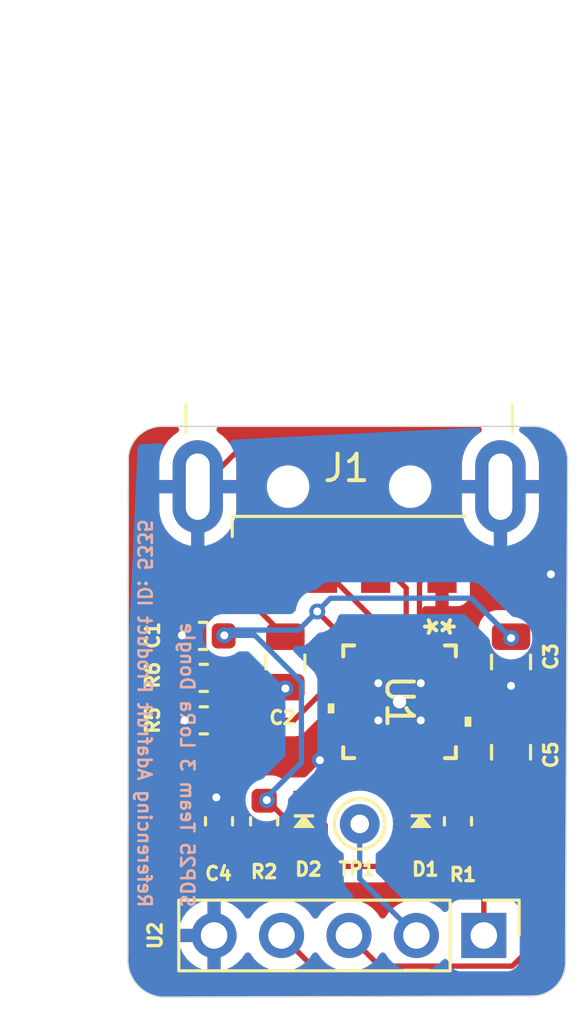
<source format=kicad_pcb>
(kicad_pcb (version 20240108) (generator "pcbnew") (generator_version "8.0")
  (layers (0 "F.Cu" signal) (31 "B.Cu" signal) (34 "B.Paste" user) (35 "F.Paste" user) (36 "B.SilkS" user "B.Silkscreen") (37 "F.SilkS" user "F.Silkscreen") (38 "B.Mask" user) (39 "F.Mask" user) (44 "Edge.Cuts" user))
  (net 0 "")
  (net 1 "+3.3V")
  (net 2 "GND")
  (net 3 "+5V")
  (net 4 "Net-(U1-CP2014VREG)")
  (net 5 "Net-(D1-PadA)")
  (net 6 "Net-(U1-GPIO0{slash}TXLED)")
  (net 7 "Net-(D2-PadA)")
  (net 8 "Net-(U1-GPIO1{slash}RXLED)")
  (net 9 "/RI")
  (net 10 "/D+")
  (net 11 "/DTR")
  (net 12 "/RTS")
  (net 13 "/GPIO3")
  (net 14 "/CTS")
  (net 15 "/RST")
  (net 16 "/VBUS_DETECT")
  (net 17 "/DCD")
  (net 18 "/DSR")
  (net 19 "/D-")
  (net 20 "/SUSP")
  (net 21 "/GPIO2")
  (net 22 "/#SUSP")
  (net 23 "/TX")
  (net 24 "/RX")
  (net 25 "/RSTL")
  (footprint "Capacitor_SMD:C_0603_1608Metric" (layer "F.Cu") (at 131.8 89.8 90)
    (property "Reference" "R1" (at -2.01 0.19 180) (layer "F.SilkS") (effects (font (size 0.5 0.5))))
    (property "Value" "RT0603BRD0720KL")
    (fp_line (start -0.14058 -0.51) (end 0.14058 -0.51) (stroke (width 0.12)) (layer "F.SilkS"))
    (fp_line (start -0.14058 0.51) (end 0.14058 0.51) (stroke (width 0.12)) (layer "F.SilkS"))
    (pad "1" smd roundrect (at -0.775 0 90) (size 0.9 0.95) (layers "F.Cu" "F.Paste" "F.Mask") (net 5 "Net-(D1-PadA)"))
    (pad "2" smd roundrect (at 0.775 0 90) (size 0.9 0.95) (layers "F.Cu" "F.Paste" "F.Mask") (net 1 "+3.3V"))
  )
  (footprint "Adafruit CP2102N Friend:CHIPLED_0603_NOOUTLINE" (layer "F.Cu") (at 126 89.8)
    (property "Reference" "D2" (at -0.4 2.1 0) (layer "F.SilkS") (effects (font (size 0.5 0.5) (thickness 0.125)) (justify left bottom)))
    (property "Value" "D2" (hide yes))
    (fp_poly (pts (xy 0.412544 0.254) (xy -0.412544 0.254) (xy 0 -0.26168)) (fill solid) (layer "F.SilkS"))
    (fp_poly (pts (xy -0.381 -0.1397) (xy 0.381 -0.1397) (xy 0.381 -0.2667) (xy -0.381 -0.2667)) (fill solid) (layer "F.SilkS"))
    (pad "A" smd rect (at 0 0.75) (size 0.8 0.8) (layers "F.Cu" "F.Paste" "F.Mask"))
    (pad "C" smd rect (at 0 -0.75) (size 0.8 0.8) (layers "F.Cu" "F.Paste" "F.Mask") (net 8 "Net-(U1-GPIO1{slash}RXLED)"))
  )
  (footprint "Capacitor_SMD:C_0603_1608Metric" (layer "F.Cu") (at 122.225 84.4 180)
    (property "Reference" "R6" (at 1.925 0.1 90) (layer "F.SilkS") (effects (font (size 0.5 0.5))))
    (property "Value" "RT0603BRD0720KL")
    (fp_line (start -0.14058 0.51) (end 0.14058 0.51) (stroke (width 0.12)) (layer "F.SilkS"))
    (fp_line (start -0.14058 -0.51) (end 0.14058 -0.51) (stroke (width 0.12)) (layer "F.SilkS"))
    (pad "1" smd roundrect (at -0.775 0 180) (size 0.9 0.95) (layers "F.Cu" "F.Paste" "F.Mask") (net 16 "/VBUS_DETECT"))
    (pad "2" smd roundrect (at 0.775 0 180) (size 0.9 0.95) (layers "F.Cu" "F.Paste" "F.Mask") (net 3 "+5V"))
  )
  (footprint "Capacitor_SMD:C_0603_1608Metric" (layer "F.Cu") (at 122.225 86)
    (property "Reference" "R5" (at -1.925 0 90) (layer "F.SilkS") (effects (font (size 0.5 0.5))))
    (property "Value" "RC0603FR-0747KL")
    (fp_line (start -0.14058 -0.51) (end 0.14058 -0.51) (stroke (width 0.12)) (layer "F.SilkS"))
    (fp_line (start -0.14058 0.51) (end 0.14058 0.51) (stroke (width 0.12)) (layer "F.SilkS"))
    (pad "1" smd roundrect (at -0.775 0) (size 0.9 0.95) (layers "F.Cu" "F.Paste" "F.Mask") (net 2 "GND"))
    (pad "2" smd roundrect (at 0.775 0) (size 0.9 0.95) (layers "F.Cu" "F.Paste" "F.Mask") (net 16 "/VBUS_DETECT"))
  )
  (footprint "Connector_PinHeader_2.54mm:PinHeader_1x05_P2.54mm_Vertical" (layer "F.Cu") (at 132.775 94.1 -90)
    (property "Reference" "U2" (at 0 12.38 90) (layer "F.SilkS") (effects (font (size 0.5 0.5))))
    (property "Value" "RYLR998" (hide yes))
    (fp_line (start -1.33 11.49) (end 1.33 11.49) (stroke (width 0.12)) (layer "F.SilkS"))
    (fp_line (start -1.33 1.27) (end -1.33 11.49) (stroke (width 0.12)) (layer "F.SilkS"))
    (fp_line (start -1.33 1.27) (end 1.33 1.27) (stroke (width 0.12)) (layer "F.SilkS"))
    (fp_line (start 1.33 1.27) (end 1.33 11.49) (stroke (width 0.12)) (layer "F.SilkS"))
    (fp_line (start -1.33 0) (end -1.33 -1.33) (stroke (width 0.12)) (layer "F.SilkS"))
    (fp_line (start -1.33 -1.33) (end 0 -1.33) (stroke (width 0.12)) (layer "F.SilkS"))
    (pad "1" thru_hole rect (at 0 0 270) (size 1.7 1.7) (drill 1) (layers "*.Cu" "*.Mask") (net 1 "+3.3V"))
    (pad "2" thru_hole oval (at 0 2.54 270) (size 1.7 1.7) (drill 1) (layers "*.Cu" "*.Mask") (net 25 "/RSTL"))
    (pad "3" thru_hole oval (at 0 5.08 270) (size 1.7 1.7) (drill 1) (layers "*.Cu" "*.Mask") (net 24 "/RX"))
    (pad "4" thru_hole oval (at 0 7.62 270) (size 1.7 1.7) (drill 1) (layers "*.Cu" "*.Mask") (net 23 "/TX"))
    (pad "5" thru_hole oval (at 0 10.16 270) (size 1.7 1.7) (drill 1) (layers "*.Cu" "*.Mask") (net 2 "GND"))
  )
  (footprint "TestPoint:TestPoint_THTPad_D1.5mm_Drill0.7mm" (layer "F.Cu") (at 128.1 89.9)
    (property "Reference" "TP1" (at -0.1 1.7 0) (layer "F.SilkS") (effects (font (size 0.5 0.5) (thickness 0.125))))
    (property "Value" "TestPoint")
    (fp_circle (center 0 0) (end 0 0.95) (stroke (width 0.12)) (fill none) (layer "F.SilkS"))
    (pad "1" thru_hole circle (at 0 0) (size 1.5 1.5) (drill 0.7) (layers "*.Cu" "*.Mask") (net 25 "/RSTL"))
  )
  (footprint "Capacitor_SMD:C_0603_1608Metric" (layer "F.Cu") (at 122.2 82.82 180)
    (property "Reference" "C1" (at 1.9 0.02 -90) (layer "F.SilkS") (effects (font (size 0.5 0.5))))
    (property "Value" "C0603C104J4RACTU")
    (fp_line (start -0.14058 0.51) (end 0.14058 0.51) (stroke (width 0.12)) (layer "F.SilkS"))
    (fp_line (start -0.14058 -0.51) (end 0.14058 -0.51) (stroke (width 0.12)) (layer "F.SilkS"))
    (pad "1" smd roundrect (at -0.775 0 180) (size 0.9 0.95) (layers "F.Cu" "F.Paste" "F.Mask") (net 1 "+3.3V"))
    (pad "2" smd roundrect (at 0.775 0 180) (size 0.9 0.95) (layers "F.Cu" "F.Paste" "F.Mask") (net 2 "GND"))
  )
  (footprint "Capacitor_SMD:C_0603_1608Metric" (layer "F.Cu") (at 122.8 89.8 90)
    (property "Reference" "C4" (at -1.97 -0.02 180) (layer "F.SilkS") (effects (font (size 0.5 0.5))))
    (property "Value" "C0603C104J4RACTU")
    (fp_line (start -0.14058 -0.51) (end 0.14058 -0.51) (stroke (width 0.12)) (layer "F.SilkS"))
    (fp_line (start -0.14058 0.51) (end 0.14058 0.51) (stroke (width 0.12)) (layer "F.SilkS"))
    (pad "1" smd roundrect (at -0.775 0 90) (size 0.9 0.95) (layers "F.Cu" "F.Paste" "F.Mask") (net 3 "+5V"))
    (pad "2" smd roundrect (at 0.775 0 90) (size 0.9 0.95) (layers "F.Cu" "F.Paste" "F.Mask") (net 2 "GND"))
  )
  (footprint "Capacitor_SMD:C_0805_2012Metric" (layer "F.Cu") (at 133.8 83.8 -90)
    (property "Reference" "C3" (at -0.2 -1.5 -90) (layer "F.SilkS") (effects (font (size 0.5 0.5))))
    (property "Value" "C0603C106M9PAC7867")
    (fp_line (start -0.261252 0.735) (end 0.261252 0.735) (stroke (width 0.12)) (layer "F.SilkS"))
    (fp_line (start -0.261252 -0.735) (end 0.261252 -0.735) (stroke (width 0.12)) (layer "F.SilkS"))
    (pad "1" smd roundrect (at -0.95 0 270) (size 1 1.45) (layers "F.Cu" "F.Paste" "F.Mask") (net 1 "+3.3V"))
    (pad "2" smd roundrect (at 0.95 0 270) (size 1 1.45) (layers "F.Cu" "F.Paste" "F.Mask") (net 2 "GND"))
  )
  (footprint "Capacitor_SMD:C_0805_2012Metric" (layer "F.Cu") (at 125.3 83.8 -90)
    (property "Reference" "C2" (at 2.1 0.1 0) (layer "F.SilkS") (effects (font (size 0.5 0.5))))
    (property "Value" "C0603C106M9PAC7867")
    (fp_line (start -0.261252 0.735) (end 0.261252 0.735) (stroke (width 0.12)) (layer "F.SilkS"))
    (fp_line (start -0.261252 -0.735) (end 0.261252 -0.735) (stroke (width 0.12)) (layer "F.SilkS"))
    (pad "1" smd roundrect (at -0.95 0 270) (size 1 1.45) (layers "F.Cu" "F.Paste" "F.Mask") (net 3 "+5V"))
    (pad "2" smd roundrect (at 0.95 0 270) (size 1 1.45) (layers "F.Cu" "F.Paste" "F.Mask") (net 2 "GND"))
  )
  (footprint "Connector_USB:USB_A_CNCTech_1001-011-01101_Horizontal" (layer "F.Cu") (at 127.7 70.3 90)
    (property "Reference" "J1" (at -6.2 -0.1 180) (layer "F.SilkS"))
    (property "Value" "1734028-1")
    (fp_line (start -4.85 -6.145) (end -3.8 -6.145) (stroke (width 0.12)) (layer "F.SilkS"))
    (fp_line (start -8.02 -4.4) (end -8.775 -4.4) (stroke (width 0.12)) (layer "F.SilkS"))
    (fp_line (start -8.02 -4.4) (end -8.02 4.4) (stroke (width 0.12)) (layer "F.SilkS"))
    (fp_line (start -4.85 6.145) (end -3.8 6.145) (stroke (width 0.12)) (layer "F.SilkS"))
    (pad "" np_thru_hole circle (at -6.9 -2.3 90) (size 1.1 1.1) (drill 1.1) (layers "*.Cu" "*.Mask"))
    (pad "" np_thru_hole circle (at -6.9 2.3 90) (size 1.1 1.1) (drill 1.1) (layers "*.Cu" "*.Mask"))
    (pad "1" smd rect (at -9.65 -3.5 90) (size 2.5 1.1) (layers "F.Cu" "F.Paste" "F.Mask") (net 3 "+5V"))
    (pad "2" smd rect (at -9.65 -1 90) (size 2.5 1.1) (layers "F.Cu" "F.Paste" "F.Mask") (net 19 "/D-"))
    (pad "3" smd rect (at -9.65 1 90) (size 2.5 1.1) (layers "F.Cu" "F.Paste" "F.Mask") (net 10 "/D+"))
    (pad "4" smd rect (at -9.65 3.5 90) (size 2.5 1.1) (layers "F.Cu" "F.Paste" "F.Mask") (net 2 "GND"))
    (pad "5" thru_hole oval (at -6.9 -5.7 90) (size 3.5 1.9) (drill oval 2.5 0.9) (layers "*.Cu" "*.Mask") (net 2 "GND"))
    (pad "5" thru_hole oval (at -6.9 5.7 90) (size 3.5 1.9) (drill oval 2.5 0.9) (layers "*.Cu" "*.Mask") (net 2 "GND"))
  )
  (footprint "Capacitor_SMD:C_0603_1608Metric" (layer "F.Cu") (at 124.5 89.8 90)
    (property "Reference" "R2" (at -1.9 0 180) (layer "F.SilkS") (effects (font (size 0.5 0.5))))
    (property "Value" "RT0603BRD0720KL")
    (fp_line (start -0.14058 -0.51) (end 0.14058 -0.51) (stroke (width 0.12)) (layer "F.SilkS"))
    (fp_line (start -0.14058 0.51) (end 0.14058 0.51) (stroke (width 0.12)) (layer "F.SilkS"))
    (pad "1" smd roundrect (at -0.775 0 90) (size 0.9 0.95) (layers "F.Cu" "F.Paste" "F.Mask") (net 7 "Net-(D2-PadA)"))
    (pad "2" smd roundrect (at 0.775 0 90) (size 0.9 0.95) (layers "F.Cu" "F.Paste" "F.Mask") (net 1 "+3.3V"))
  )
  (footprint "Capacitor_SMD:C_0805_2012Metric" (layer "F.Cu") (at 133.8 87.2 90)
    (property "Reference" "C5" (at -0.1 1.5 90) (layer "F.SilkS") (effects (font (size 0.5 0.5))))
    (property "Value" "C0603C106M9PAC7867")
    (fp_line (start -0.261252 -0.735) (end 0.261252 -0.735) (stroke (width 0.12)) (layer "F.SilkS"))
    (fp_line (start -0.261252 0.735) (end 0.261252 0.735) (stroke (width 0.12)) (layer "F.SilkS"))
    (pad "1" smd roundrect (at -0.95 0 90) (size 1 1.45) (layers "F.Cu" "F.Paste" "F.Mask") (net 4 "Net-(U1-CP2014VREG)"))
    (pad "2" smd roundrect (at 0.95 0 90) (size 1 1.45) (layers "F.Cu" "F.Paste" "F.Mask") (net 2 "GND"))
  )
  (footprint "Adafruit CP2102N Friend:CHIPLED_0603_NOOUTLINE" (layer "F.Cu") (at 130.4 89.8)
    (property "Reference" "D1" (at -0.4 2.1 0) (layer "F.SilkS") (effects (font (size 0.5 0.5) (thickness 0.125)) (justify left bottom)))
    (property "Value" "D1" (hide yes))
    (fp_poly (pts (xy 0.412544 0.254) (xy -0.412544 0.254) (xy 0 -0.26168)) (fill solid) (layer "F.SilkS"))
    (fp_poly (pts (xy -0.381 -0.1397) (xy 0.381 -0.1397) (xy 0.381 -0.2667) (xy -0.381 -0.2667)) (fill solid) (layer "F.SilkS"))
    (pad "A" smd rect (at 0 0.75) (size 0.8 0.8) (layers "F.Cu" "F.Paste" "F.Mask"))
    (pad "C" smd rect (at 0 -0.75) (size 0.8 0.8) (layers "F.Cu" "F.Paste" "F.Mask") (net 6 "Net-(U1-GPIO0{slash}TXLED)"))
  )
  (footprint "Adafruit CP2102N Friend:QFN24_CP2102N_SIL-L" (layer "F.Cu") (at 129.6 85.3 -90)
    (property "Reference" "U1" (at 0 0 -90) (layer "F.SilkS"))
    (property "Value" "CP2102N-24")
    (fp_line (start -2.1209 2.1209) (end -1.710055 2.1209) (stroke (width 0.1524)) (layer "F.SilkS"))
    (fp_line (start 1.710055 2.1209) (end 2.1209 2.1209) (stroke (width 0.1524)) (layer "F.SilkS"))
    (fp_line (start 2.1209 2.1209) (end 2.1209 1.710055) (stroke (width 0.1524)) (layer "F.SilkS"))
    (fp_line (start -2.1209 1.710055) (end -2.1209 2.1209) (stroke (width 0.1524)) (layer "F.SilkS"))
    (fp_line (start 2.1209 -1.710055) (end 2.1209 -2.1209) (stroke (width 0.1524)) (layer "F.SilkS"))
    (fp_line (start -2.1209 -2.1209) (end -2.1209 -1.710055) (stroke (width 0.1524)) (layer "F.SilkS"))
    (fp_line (start -1.710055 -2.1209) (end -2.1209 -2.1209) (stroke (width 0.1524)) (layer "F.SilkS"))
    (fp_line (start 2.1209 -2.1209) (end 1.710055 -2.1209) (stroke (width 0.1524)) (layer "F.SilkS"))
    (fp_poly (pts (xy 0.059563 2.4511) (xy 0.059563 2.7051) (xy 0.440563 2.7051) (xy 0.440563 2.4511)) (fill solid) (layer "F.SilkS"))
    (fp_poly (pts (xy 0.559689 -2.4511) (xy 0.559689 -2.7051) (xy 0.940689 -2.7051) (xy 0.940689 -2.4511)) (fill solid) (layer "F.SilkS"))
    (fp_text user "*" (at -2.8321 -1.500378 -90) (layer "F.SilkS"))
    (fp_text user "*" (at -2.8321 -1.500378 -90) (layer "F.SilkS"))
    (pad "1" smd rect (at -1.8415 -1.250315) (size 0.254 0.7112) (layers "F.Cu" "F.Paste" "F.Mask") (net 9 "/RI"))
    (pad "2" smd rect (at -1.8415 -0.750189) (size 0.254 0.7112) (layers "F.Cu" "F.Paste" "F.Mask") (net 2 "GND"))
    (pad "3" smd rect (at -1.8415 -0.250063) (size 0.254 0.7112) (layers "F.Cu" "F.Paste" "F.Mask") (net 10 "/D+"))
    (pad "4" smd rect (at -1.8415 0.250063) (size 0.254 0.7112) (layers "F.Cu" "F.Paste" "F.Mask") (net 19 "/D-"))
    (pad "5" smd rect (at -1.8415 0.750189) (size 0.254 0.7112) (layers "F.Cu" "F.Paste" "F.Mask") (net 1 "+3.3V"))
    (pad "6" smd rect (at -1.8415 1.250315) (size 0.254 0.7112) (layers "F.Cu" "F.Paste" "F.Mask") (net 1 "+3.3V"))
    (pad "7" smd rect (at -1.250315 1.8415 270) (size 0.254 0.7112) (layers "F.Cu" "F.Paste" "F.Mask") (net 3 "+5V"))
    (pad "8" smd rect (at -0.750189 1.8415 270) (size 0.254 0.7112) (layers "F.Cu" "F.Paste" "F.Mask") (net 16 "/VBUS_DETECT"))
    (pad "9" smd rect (at -0.250063 1.8415 270) (size 0.254 0.7112) (layers "F.Cu" "F.Paste" "F.Mask") (net 15 "/RST"))
    (pad "10" smd rect (at 0.250063 1.8415 270) (size 0.254 0.7112) (layers "F.Cu" "F.Paste" "F.Mask"))
    (pad "11" smd rect (at 0.750189 1.8415 270) (size 0.254 0.7112) (layers "F.Cu" "F.Paste" "F.Mask") (net 13 "/GPIO3"))
    (pad "12" smd rect (at 1.250315 1.8415 270) (size 0.254 0.7112) (layers "F.Cu" "F.Paste" "F.Mask") (net 21 "/GPIO2"))
    (pad "13" smd rect (at 1.8415 1.250315) (size 0.254 0.7112) (layers "F.Cu" "F.Paste" "F.Mask") (net 8 "Net-(U1-GPIO1{slash}RXLED)"))
    (pad "14" smd rect (at 1.8415 0.750189) (size 0.254 0.7112) (layers "F.Cu" "F.Paste" "F.Mask") (net 6 "Net-(U1-GPIO0{slash}TXLED)"))
    (pad "15" smd rect (at 1.8415 0.250063) (size 0.254 0.7112) (layers "F.Cu" "F.Paste" "F.Mask") (net 22 "/#SUSP"))
    (pad "16" smd rect (at 1.8415 -0.250063) (size 0.254 0.7112) (layers "F.Cu" "F.Paste" "F.Mask") (net 4 "Net-(U1-CP2014VREG)"))
    (pad "17" smd rect (at 1.8415 -0.750189) (size 0.254 0.7112) (layers "F.Cu" "F.Paste" "F.Mask") (net 20 "/SUSP"))
    (pad "18" smd rect (at 1.8415 -1.250315) (size 0.254 0.7112) (layers "F.Cu" "F.Paste" "F.Mask") (net 14 "/CTS"))
    (pad "19" smd rect (at 1.250315 -1.8415 270) (size 0.254 0.7112) (layers "F.Cu" "F.Paste" "F.Mask") (net 12 "/RTS"))
    (pad "20" smd rect (at 0.750189 -1.8415 270) (size 0.254 0.7112) (layers "F.Cu" "F.Paste" "F.Mask") (net 24 "/RX"))
    (pad "21" smd rect (at 0.250063 -1.8415 270) (size 0.254 0.7112) (layers "F.Cu" "F.Paste" "F.Mask") (net 23 "/TX"))
    (pad "22" smd rect (at -0.250063 -1.8415 270) (size 0.254 0.7112) (layers "F.Cu" "F.Paste" "F.Mask") (net 18 "/DSR"))
    (pad "23" smd rect (at -0.750189 -1.8415 270) (size 0.254 0.7112) (layers "F.Cu" "F.Paste" "F.Mask") (net 11 "/DTR"))
    (pad "24" smd rect (at -1.250315 -1.8415 270) (size 0.254 0.7112) (layers "F.Cu" "F.Paste" "F.Mask") (net 17 "/DCD"))
    (pad "25" smd rect (at 0 0 270) (size 2.54 2.54) (layers "F.Cu" "F.Paste" "F.Mask"))
  )
  (gr_line (start 135.84958 95.050438) (end 135.930419 76.2) (stroke (width 0.05)) (layer "Edge.Cuts"))
  (gr_line (start 119.386389 76.2) (end 119.36976 94.901983) (stroke (width 0.05)) (layer "Edge.Cuts"))
  (gr_line (start 120.65 74.93) (end 134.62 74.93) (stroke (width 0.05)) (layer "Edge.Cuts"))
  (gr_arc (start 135.84958 95.050438) (mid 135.523703 95.964173) (end 134.647165 96.379851) (stroke (width 0.05)) (layer "Edge.Cuts"))
  (gr_arc (start 119.380944 76.202271) (mid 119.751976 75.303305) (end 120.65 74.93) (stroke (width 0.05)) (layer "Edge.Cuts"))
  (gr_arc (start 120.65 96.420148) (mid 119.695457 95.926212) (end 119.36976 94.901983) (stroke (width 0.05)) (layer "Edge.Cuts"))
  (gr_arc (start 134.620001 74.93) (mid 135.538026 75.293691) (end 135.93 76.2) (stroke (width 0.05)) (layer "Edge.Cuts"))
  (gr_line (start 120.65 96.420148) (end 134.647165 96.379851) (stroke (width 0.05)) (layer "Edge.Cuts"))
  (gr_text "SDP25 Team 3 LoRa Dongle\n\nReferencing Adafruit Product ID: 5335" (at 119.7 93.1 270) (layer "B.SilkS") (effects (font (size 0.5 0.5) (thickness 0.1)) (justify left bottom mirror)))
  (segment (start 131.8 89.025) (end 131.8 89) (width 0.2) (layer "F.Cu") (net 1))
  (segment (start 126.6096 89.7532) (end 126.8 89.9436) (width 0.2) (layer "F.Cu") (net 1))
  (segment (start 128.0077 83.4077) (end 128.349685 83.4077) (width 0.2) (layer "F.Cu") (net 1))
  (segment (start 131.8 89) (end 131.775 89) (width 0.2) (layer "F.Cu") (net 1))
  (segment (start 131.0718 89.7532) (end 131.8 89.025) (width 0.2) (layer "F.Cu") (net 1))
  (segment (start 132.775 94.1) (end 132.775 90) (width 0.2) (layer "F.Cu") (net 1))
  (segment (start 129.7904 89.7532) (end 131.0718 89.7532) (width 0.2) (layer "F.Cu") (net 1))
  (segment (start 127.3 91.5) (end 128.9 91.5) (width 0.2) (layer "F.Cu") (net 1))
  (segment (start 128.9 91.5) (end 129.6 90.8) (width 0.2) (layer "F.Cu") (net 1))
  (segment (start 126.8 91) (end 127.3 91.5) (width 0.2) (layer "F.Cu") (net 1))
  (segment (start 126.5 81.9) (end 128.0077 83.4077) (width 0.2) (layer "F.Cu") (net 1))
  (segment (start 125.3532 89.7532) (end 126.6096 89.7532) (width 0.2) (layer "F.Cu") (net 1))
  (segment (start 129.6 90.8) (end 129.6 89.9436) (width 0.2) (layer "F.Cu") (net 1))
  (segment (start 129.6 89.9436) (end 129.7904 89.7532) (width 0.2) (layer "F.Cu") (net 1))
  (segment (start 126.8 89.9436) (end 126.8 91) (width 0.2) (layer "F.Cu") (net 1))
  (segment (start 124.6 89) (end 125.3532 89.7532) (width 0.2) (layer "F.Cu") (net 1))
  (segment (start 128.849811 83.4077) (end 128.349685 83.4077) (width 0.2) (layer "F.Cu") (net 1))
  (segment (start 131.775 89) (end 131.8 89.025) (width 0.2) (layer "F.Cu") (net 1))
  (segment (start 132.775 90) (end 131.8 89.025) (width 0.2) (layer "F.Cu") (net 1))
  (via (at 126.5 81.9) (size 0.6) (drill 0.3) (layers "F.Cu" "B.Cu") (net 1))
  (via (at 133.8 82.9) (size 0.6) (drill 0.3) (layers "F.Cu" "B.Cu") (net 1))
  (via (at 124.6 89) (size 0.6) (drill 0.3) (layers "F.Cu" "B.Cu") (net 1))
  (via (at 123 82.8) (size 0.6) (drill 0.3) (layers "F.Cu" "B.Cu") (net 1))
  (segment (start 124.5 89) (end 124.5 89) (width 0.2) (layer "B.Cu") (net 1))
  (segment (start 125.8 82.6) (end 123.2 82.6) (width 0.2) (layer "B.Cu") (net 1))
  (segment (start 132.3 81.4) (end 133.8 82.9) (width 0.2) (layer "B.Cu") (net 1))
  (segment (start 124.6 89) (end 124.5 89) (width 0.2) (layer "B.Cu") (net 1))
  (segment (start 124.153054 82.8) (end 125.9032 84.550146) (width 0.2) (layer "B.Cu") (net 1))
  (segment (start 126.5 81.9) (end 125.8 82.6) (width 0.2) (layer "B.Cu") (net 1))
  (segment (start 125.9032 84.550146) (end 125.9032 87.5968) (width 0.2) (layer "B.Cu") (net 1))
  (segment (start 126.5 81.9) (end 127 81.4) (width 0.2) (layer "B.Cu") (net 1))
  (segment (start 125.9032 87.5968) (end 124.6 88.9) (width 0.2) (layer "B.Cu") (net 1))
  (segment (start 123.2 82.6) (end 123 82.8) (width 0.2) (layer "B.Cu") (net 1))
  (segment (start 127 81.4) (end 132.3 81.4) (width 0.2) (layer "B.Cu") (net 1))
  (segment (start 124.6 88.9) (end 124.6 89) (width 0.2) (layer "B.Cu") (net 1))
  (segment (start 123 82.8) (end 124.153054 82.8) (width 0.2) (layer "B.Cu") (net 1))
  (segment (start 135.3 80.5) (end 134.71 79.91) (width 0.2) (layer "F.Cu") (net 2))
  (segment (start 122.04 77.31) (end 123.99 75.36) (width 0.2) (layer "F.Cu") (net 2))
  (segment (start 129.6 84.750189) (end 130.350189 84) (width 0.2) (layer "F.Cu") (net 2))
  (segment (start 130.350189 84) (end 130.350189 83.4077) (width 0.2) (layer "F.Cu") (net 2))
  (segment (start 130.350189 80.799811) (end 130.350189 83.4077) (width 0.2) (layer "F.Cu") (net 2))
  (segment (start 124.1 87.5) (end 122.7 88.9) (width 0.2) (layer "F.Cu") (net 2))
  (segment (start 134.71 79.91) (end 131.24 79.91) (width 0.2) (layer "F.Cu") (net 2))
  (segment (start 126.6 87.5) (end 124.1 87.5) (width 0.2) (layer "F.Cu") (net 2))
  (segment (start 133.8 84.75) (end 133.8 84.7) (width 0.2) (layer "F.Cu") (net 2))
  (segment (start 126.69 75.36) (end 131.24 79.91) (width 0.2) (layer "F.Cu") (net 2))
  (segment (start 131.24 79.91) (end 130.350189 80.799811) (width 0.2) (layer "F.Cu") (net 2))
  (segment (start 129.6 85.3) (end 129.6 84.750189) (width 0.2) (layer "F.Cu") (net 2))
  (segment (start 133.8 84.7) (end 133.8 86.25) (width 0.2) (layer "F.Cu") (net 2))
  (segment (start 123.99 75.36) (end 126.69 75.36) (width 0.2) (layer "F.Cu") (net 2))
  (via (at 135.3 80.5) (size 0.6) (drill 0.3) (layers "F.Cu" "B.Cu") (net 2))
  (via (at 129.6 85.3) (size 0.9) (drill 0.5) (layers "F.Cu" "B.Cu") (net 2))
  (via (at 128.8 86) (size 0.6) (drill 0.3) (layers "F.Cu" "B.Cu") (net 2))
  (via (at 122.7 88.9) (size 0.6) (drill 0.3) (layers "F.Cu" "B.Cu") (net 2))
  (via (at 121.5 86) (size 0.6) (drill 0.3) (layers "F.Cu" "B.Cu") (net 2))
  (via (at 133.8 84.7) (size 0.6) (drill 0.3) (layers "F.Cu" "B.Cu") (net 2))
  (via (at 128.8 84.6) (size 0.6) (drill 0.3) (layers "F.Cu" "B.Cu") (net 2))
  (via (at 130.4 84.6) (size 0.6) (drill 0.3) (layers "F.Cu" "B.Cu") (net 2))
  (via (at 130.4 86) (size 0.6) (drill 0.3) (layers "F.Cu" "B.Cu") (net 2))
  (via (at 121.4 82.8) (size 0.6) (drill 0.3) (layers "F.Cu" "B.Cu") (net 2))
  (via (at 125.3 84.8) (size 0.6) (drill 0.3) (layers "F.Cu" "B.Cu") (net 2))
  (via (at 126.6 87.5) (size 0.6) (drill 0.3) (layers "F.Cu" "B.Cu") (net 2))
  (segment (start 122.8 89) (end 122.7 88.9) (width 0.2) (layer "B.Cu") (net 2))
  (segment (start 127.3 88.2) (end 126.6 87.5) (width 0.2) (layer "B.Cu") (net 2))
  (segment (start 125.1 84.9) (end 125.2 84.8) (width 0.2) (layer "B.Cu") (net 2))
  (segment (start 122.8 87.3) (end 121.5 86) (width 0.2) (layer "B.Cu") (net 2))
  (segment (start 122.615 94.1) (end 122.615 89.185) (width 0.2) (layer "B.Cu") (net 2))
  (segment (start 125.3 84.8) (end 125.3 84.7) (width 0.2) (layer "B.Cu") (net 2))
  (segment (start 122.7 88.9) (end 122.8 87.3) (width 0.2) (layer "B.Cu") (net 2))
  (segment (start 133.8 84.7) (end 133.8 88.2) (width 0.2) (layer "B.Cu") (net 2))
  (segment (start 133.8 88.2) (end 127.3 88.2) (width 0.2) (layer "B.Cu") (net 2))
  (segment (start 135.3 83.2) (end 135.3 80.5) (width 0.2) (layer "B.Cu") (net 2))
  (segment (start 125.3 84.7) (end 125.2 84.8) (width 0.2) (layer "B.Cu") (net 2))
  (segment (start 126.6 87.5) (end 126.65 87.45) (width 0.2) (layer "B.Cu") (net 2))
  (segment (start 133.8 84.7) (end 135.3 83.2) (width 0.2) (layer "B.Cu") (net 2))
  (segment (start 121.5 82.9) (end 121.4 82.8) (width 0.2) (layer "B.Cu") (net 2))
  (segment (start 121.5 86) (end 122.6 84.9) (width 0.2) (layer "B.Cu") (net 2))
  (segment (start 122.6 84.9) (end 125.1 84.9) (width 0.2) (layer "B.Cu") (net 2))
  (segment (start 121.5 86) (end 121.5 82.9) (width 0.2) (layer "B.Cu") (net 2))
  (segment (start 125.2 84.8) (end 125.3 84.8) (width 0.2) (layer "B.Cu") (net 2))
  (segment (start 122.615 89.185) (end 122.8 89) (width 0.2) (layer "B.Cu") (net 2))
  (segment (start 124.24 81.79) (end 122.776778 81.79) (width 0.2) (layer "F.Cu") (net 3))
  (segment (start 121.45 84.4) (end 121.45 84.45) (width 0.2) (layer "F.Cu") (net 3))
  (segment (start 124.24 79.91) (end 124.24 81.79) (width 0.2) (layer "F.Cu") (net 3))
  (segment (start 120.6968 85.1532) (end 120.6968 88.4718) (width 0.2) (layer "F.Cu") (net 3))
  (segment (start 120.6968 88.4718) (end 122.8 90.575) (width 0.2) (layer "F.Cu") (net 3))
  (segment (start 126.499685 84.049685) (end 125.3 82.85) (width 0.2) (layer "F.Cu") (net 3))
  (segment (start 127.7077 84.049685) (end 126.499685 84.049685) (width 0.2) (layer "F.Cu") (net 3))
  (segment (start 122.2218 82.344978) (end 122.2218 83.6282) (width 0.2) (layer "F.Cu") (net 3))
  (segment (start 124.24 81.79) (end 125.3 82.85) (width 0.2) (layer "F.Cu") (net 3))
  (segment (start 122.2218 83.6282) (end 121.45 84.4) (width 0.2) (layer "F.Cu") (net 3))
  (segment (start 121.45 84.4) (end 120.6968 85.1532) (width 0.2) (layer "F.Cu") (net 3))
  (segment (start 122.776778 81.79) (end 122.2218 82.344978) (width 0.2) (layer "F.Cu") (net 3))
  (segment (start 129.850063 87.1923) (end 129.850063 87.831974) (width 0.2) (layer "F.Cu") (net 4))
  (segment (start 129.850063 87.831974) (end 130.168089 88.15) (width 0.2) (layer "F.Cu") (net 4))
  (segment (start 130.168089 88.15) (end 133.8 88.15) (width 0.2) (layer "F.Cu") (net 4))
  (segment (start 131.775 90.55) (end 131.8 90.575) (width 0.2) (layer "F.Cu") (net 5))
  (segment (start 130.4 90.55) (end 131.775 90.55) (width 0.2) (layer "F.Cu") (net 5))
  (segment (start 129.8 89.05) (end 128.849811 88.099811) (width 0.2) (layer "F.Cu") (net 6))
  (segment (start 130.4 89.05) (end 129.8 89.05) (width 0.2) (layer "F.Cu") (net 6))
  (segment (start 128.849811 88.099811) (end 128.849811 87.1923) (width 0.2) (layer "F.Cu") (net 6))
  (segment (start 126 90.55) (end 124.525 90.55) (width 0.2) (layer "F.Cu") (net 7))
  (segment (start 124.525 90.55) (end 124.5 90.575) (width 0.2) (layer "F.Cu") (net 7))
  (segment (start 127.8577 87.1923) (end 128.349685 87.1923) (width 0.2) (layer "F.Cu") (net 8))
  (segment (start 126 89.05) (end 127.8577 87.1923) (width 0.2) (layer "F.Cu") (net 8))
  (segment (start 129.850063 81.020063) (end 129.850063 83.4077) (width 0.2) (layer "F.Cu") (net 10))
  (segment (start 128.74 79.91) (end 129.850063 81.020063) (width 0.2) (layer "F.Cu") (net 10))
  (segment (start 125.617837 86) (end 127.068026 84.549811) (width 0.2) (layer "F.Cu") (net 16))
  (segment (start 123 84.4) (end 123 86) (width 0.2) (layer "F.Cu") (net 16))
  (segment (start 123 86) (end 125.617837 86) (width 0.2) (layer "F.Cu") (net 16))
  (segment (start 127.068026 84.549811) (end 127.7077 84.549811) (width 0.2) (layer "F.Cu") (net 16))
  (segment (start 126.74 80.31) (end 129.349937 82.919937) (width 0.2) (layer "F.Cu") (net 19))
  (segment (start 126.74 79.91) (end 126.74 80.31) (width 0.2) (layer "F.Cu") (net 19))
  (segment (start 129.349937 82.919937) (end 129.349937 83.4077) (width 0.2) (layer "F.Cu") (net 19))
  (segment (start 126.7114 95.6564) (end 125.155 94.1) (width 0.2) (layer "F.Cu") (net 23))
  (segment (start 132.6 84.14213) (end 132.84213 83.9) (width 0.2) (layer "F.Cu") (net 23))
  (segment (start 132.6 85.5) (end 132.6 84.14213) (width 0.2) (layer "F.Cu") (net 23))
  (segment (start 132.84213 83.9) (end 134.6 83.9) (width 0.2) (layer "F.Cu") (net 23))
  (segment (start 132.549937 85.550063) (end 132.6 85.5) (width 0.2) (layer "F.Cu") (net 23))
  (segment (start 135.2314 95.54853) (end 135.12353 95.6564) (width 0.2) (layer "F.Cu") (net 23))
  (segment (start 135.2314 84.5314) (end 135.2314 95.54853) (width 0.2) (layer "F.Cu") (net 23))
  (segment (start 134.6 83.9) (end 135.2314 84.5314) (width 0.2) (layer "F.Cu") (net 23))
  (segment (start 131.4923 85.550063) (end 132.549937 85.550063) (width 0.2) (layer "F.Cu") (net 23))
  (segment (start 135.12353 95.6564) (end 126.7114 95.6564) (width 0.2) (layer "F.Cu") (net 23))
  (segment (start 132.549811 86.807681) (end 133.08893 87.3468) (width 0.2) (layer "F.Cu") (net 24))
  (segment (start 131.4923 86.050189) (end 132.549811 86.050189) (width 0.2) (layer "F.Cu") (net 24))
  (segment (start 132.549811 86.050189) (end 132.549811 86.807681) (width 0.2) (layer "F.Cu") (net 24))
  (segment (start 133.08893 87.3468) (end 134.5468 87.3468) (width 0.2) (layer "F.Cu") (net 24))
  (segment (start 134.8282 94.2718) (end 133.8468 95.2532) (width 0.2) (layer "F.Cu") (net 24))
  (segment (start 128.8482 95.2532) (end 127.695 94.1) (width 0.2) (layer "F.Cu") (net 24))
  (segment (start 133.8468 95.2532) (end 128.8482 95.2532) (width 0.2) (layer "F.Cu") (net 24))
  (segment (start 134.8282 87.6282) (end 134.8282 94.2718) (width 0.2) (layer "F.Cu") (net 24))
  (segment (start 134.5468 87.3468) (end 134.8282 87.6282) (width 0.2) (layer "F.Cu") (net 24))
  (segment (start 128.1 91.965) (end 130.235 94.1) (width 0.2) (layer "B.Cu") (net 25))
  (segment (start 128.1 89.9) (end 128.1 91.965) (width 0.2) (layer "B.Cu") (net 25))
  (zone (net 2) (net_name "GND") (layer "F.Cu") (connect_pads (clearance 0.5)) (min_thickness 0.25) (fill yes (thermal_gap 0.5) (thermal_bridge_width 0.5))
    (polygon (pts (xy 136.1 74.9) (xy 136.1 96.6) (xy 119.1 96.6) (xy 119.1 74.9)))
  )
  (zone (net 2) (net_name "GND") (layer "B.Cu") (priority 1) (connect_pads (clearance 0.5)) (min_thickness 0.25) (fill yes (thermal_gap 0.5) (thermal_bridge_width 0.5))
    (polygon (pts (xy 119.74 75.61) (xy 136.22 74.79) (xy 136.47 97.29) (xy 118.77 97.04)))
  )
)
</source>
